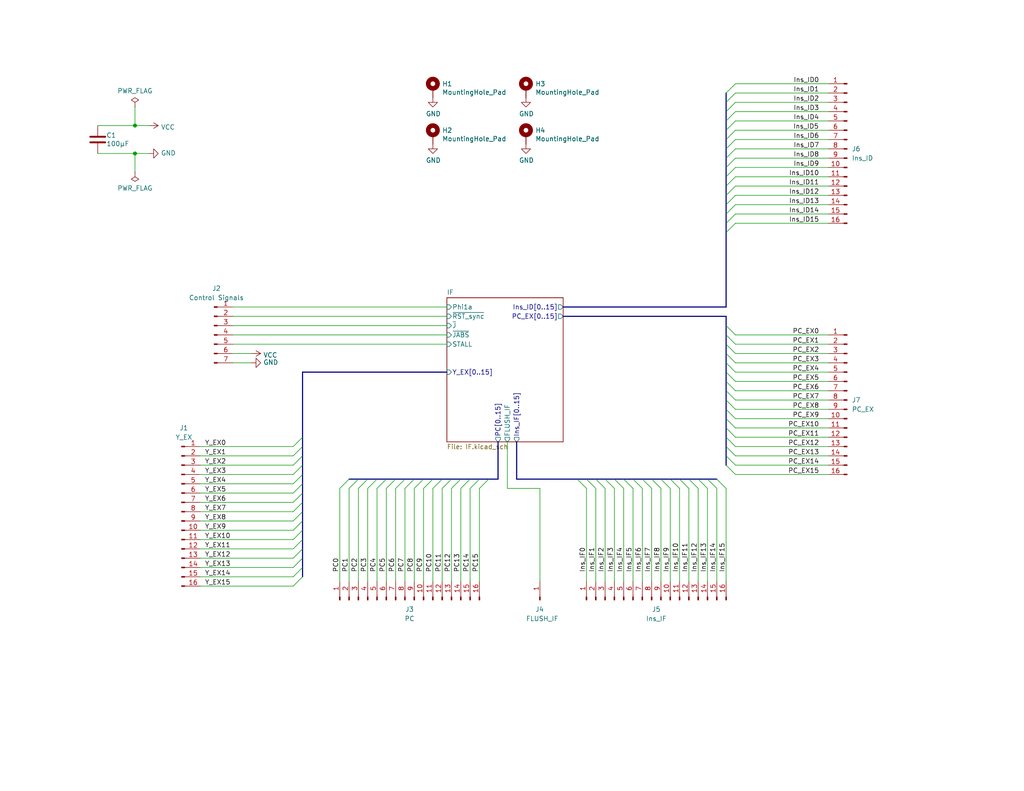
<source format=kicad_sch>
(kicad_sch (version 20211123) (generator eeschema)
  (paper "USLetter")
  (title_block (title "Turtle16: Program Counter and Instruction Fetch") (date "2022-04-10") (rev "A (daa7c419)") (comment 4 "The program counter and the instruction fetch unit."))
  (lib_symbols
    (symbol "Connector:Conn_01x01_Male" (pin_names (offset 1.016) hide)
      (property "Reference" "J" (at 0 2.54 0))
      (property "Value" "Conn_01x01_Male" (at 0 -2.54 0))
      (symbol "Conn_01x01_Male_1_1"
        (polyline (pts (xy 1.27 0) (xy 0.8636 0)) (stroke (width 0.1524)))
        (rectangle (start 0.8636 0.127) (end 0 -0.127) (stroke (width 0.1524)) (fill (type outline)))
        (pin passive line (at 5.08 0 180) (length 3.81) (name "Pin_1") (number "1"))
      )
    )
    (symbol "Connector:Conn_01x07_Male" (pin_names (offset 1.016) hide)
      (property "Reference" "J" (at 0 10.16 0))
      (property "Value" "Conn_01x07_Male" (at 0 -10.16 0))
      (symbol "Conn_01x07_Male_1_1"
        (polyline (pts (xy 1.27 -7.62) (xy 0.8636 -7.62)) (stroke (width 0.1524)))
        (polyline (pts (xy 1.27 -5.08) (xy 0.8636 -5.08)) (stroke (width 0.1524)))
        (polyline (pts (xy 1.27 -2.54) (xy 0.8636 -2.54)) (stroke (width 0.1524)))
        (polyline (pts (xy 1.27 0) (xy 0.8636 0)) (stroke (width 0.1524)))
        (polyline (pts (xy 1.27 2.54) (xy 0.8636 2.54)) (stroke (width 0.1524)))
        (polyline (pts (xy 1.27 5.08) (xy 0.8636 5.08)) (stroke (width 0.1524)))
        (polyline (pts (xy 1.27 7.62) (xy 0.8636 7.62)) (stroke (width 0.1524)))
        (rectangle (start 0.8636 -7.493) (end 0 -7.747) (stroke (width 0.1524)) (fill (type outline)))
        (rectangle (start 0.8636 -4.953) (end 0 -5.207) (stroke (width 0.1524)) (fill (type outline)))
        (rectangle (start 0.8636 -2.413) (end 0 -2.667) (stroke (width 0.1524)) (fill (type outline)))
        (rectangle (start 0.8636 0.127) (end 0 -0.127) (stroke (width 0.1524)) (fill (type outline)))
        (rectangle (start 0.8636 2.667) (end 0 2.413) (stroke (width 0.1524)) (fill (type outline)))
        (rectangle (start 0.8636 5.207) (end 0 4.953) (stroke (width 0.1524)) (fill (type outline)))
        (rectangle (start 0.8636 7.747) (end 0 7.493) (stroke (width 0.1524)) (fill (type outline)))
        (pin passive line (at 5.08 7.62 180) (length 3.81) (name "Pin_1") (number "1"))
        (pin passive line (at 5.08 5.08 180) (length 3.81) (name "Pin_2") (number "2"))
        (pin passive line (at 5.08 2.54 180) (length 3.81) (name "Pin_3") (number "3"))
        (pin passive line (at 5.08 0 180) (length 3.81) (name "Pin_4") (number "4"))
        (pin passive line (at 5.08 -2.54 180) (length 3.81) (name "Pin_5") (number "5"))
        (pin passive line (at 5.08 -5.08 180) (length 3.81) (name "Pin_6") (number "6"))
        (pin passive line (at 5.08 -7.62 180) (length 3.81) (name "Pin_7") (number "7"))
      )
    )
    (symbol "Connector:Conn_01x16_Male" (pin_names (offset 1.016) hide)
      (property "Reference" "J" (at 0 20.32 0))
      (property "Value" "Conn_01x16_Male" (at 0 -22.86 0))
      (symbol "Conn_01x16_Male_1_1"
        (polyline (pts (xy 1.27 -20.32) (xy 0.8636 -20.32)) (stroke (width 0.1524)))
        (polyline (pts (xy 1.27 -17.78) (xy 0.8636 -17.78)) (stroke (width 0.1524)))
        (polyline (pts (xy 1.27 -15.24) (xy 0.8636 -15.24)) (stroke (width 0.1524)))
        (polyline (pts (xy 1.27 -12.7) (xy 0.8636 -12.7)) (stroke (width 0.1524)))
        (polyline (pts (xy 1.27 -10.16) (xy 0.8636 -10.16)) (stroke (width 0.1524)))
        (polyline (pts (xy 1.27 -7.62) (xy 0.8636 -7.62)) (stroke (width 0.1524)))
        (polyline (pts (xy 1.27 -5.08) (xy 0.8636 -5.08)) (stroke (width 0.1524)))
        (polyline (pts (xy 1.27 -2.54) (xy 0.8636 -2.54)) (stroke (width 0.1524)))
        (polyline (pts (xy 1.27 0) (xy 0.8636 0)) (stroke (width 0.1524)))
        (polyline (pts (xy 1.27 2.54) (xy 0.8636 2.54)) (stroke (width 0.1524)))
        (polyline (pts (xy 1.27 5.08) (xy 0.8636 5.08)) (stroke (width 0.1524)))
        (polyline (pts (xy 1.27 7.62) (xy 0.8636 7.62)) (stroke (width 0.1524)))
        (polyline (pts (xy 1.27 10.16) (xy 0.8636 10.16)) (stroke (width 0.1524)))
        (polyline (pts (xy 1.27 12.7) (xy 0.8636 12.7)) (stroke (width 0.1524)))
        (polyline (pts (xy 1.27 15.24) (xy 0.8636 15.24)) (stroke (width 0.1524)))
        (polyline (pts (xy 1.27 17.78) (xy 0.8636 17.78)) (stroke (width 0.1524)))
        (rectangle (start 0.8636 -20.193) (end 0 -20.447) (stroke (width 0.1524)) (fill (type outline)))
        (rectangle (start 0.8636 -17.653) (end 0 -17.907) (stroke (width 0.1524)) (fill (type outline)))
        (rectangle (start 0.8636 -15.113) (end 0 -15.367) (stroke (width 0.1524)) (fill (type outline)))
        (rectangle (start 0.8636 -12.573) (end 0 -12.827) (stroke (width 0.1524)) (fill (type outline)))
        (rectangle (start 0.8636 -10.033) (end 0 -10.287) (stroke (width 0.1524)) (fill (type outline)))
        (rectangle (start 0.8636 -7.493) (end 0 -7.747) (stroke (width 0.1524)) (fill (type outline)))
        (rectangle (start 0.8636 -4.953) (end 0 -5.207) (stroke (width 0.1524)) (fill (type outline)))
        (rectangle (start 0.8636 -2.413) (end 0 -2.667) (stroke (width 0.1524)) (fill (type outline)))
        (rectangle (start 0.8636 0.127) (end 0 -0.127) (stroke (width 0.1524)) (fill (type outline)))
        (rectangle (start 0.8636 2.667) (end 0 2.413) (stroke (width 0.1524)) (fill (type outline)))
        (rectangle (start 0.8636 5.207) (end 0 4.953) (stroke (width 0.1524)) (fill (type outline)))
        (rectangle (start 0.8636 7.747) (end 0 7.493) (stroke (width 0.1524)) (fill (type outline)))
        (rectangle (start 0.8636 10.287) (end 0 10.033) (stroke (width 0.1524)) (fill (type outline)))
        (rectangle (start 0.8636 12.827) (end 0 12.573) (stroke (width 0.1524)) (fill (type outline)))
        (rectangle (start 0.8636 15.367) (end 0 15.113) (stroke (width 0.1524)) (fill (type outline)))
        (rectangle (start 0.8636 17.907) (end 0 17.653) (stroke (width 0.1524)) (fill (type outline)))
        (pin passive line (at 5.08 17.78 180) (length 3.81) (name "Pin_1") (number "1"))
        (pin passive line (at 5.08 -5.08 180) (length 3.81) (name "Pin_10") (number "10"))
        (pin passive line (at 5.08 -7.62 180) (length 3.81) (name "Pin_11") (number "11"))
        (pin passive line (at 5.08 -10.16 180) (length 3.81) (name "Pin_12") (number "12"))
        (pin passive line (at 5.08 -12.7 180) (length 3.81) (name "Pin_13") (number "13"))
        (pin passive line (at 5.08 -15.24 180) (length 3.81) (name "Pin_14") (number "14"))
        (pin passive line (at 5.08 -17.78 180) (length 3.81) (name "Pin_15") (number "15"))
        (pin passive line (at 5.08 -20.32 180) (length 3.81) (name "Pin_16") (number "16"))
        (pin passive line (at 5.08 15.24 180) (length 3.81) (name "Pin_2") (number "2"))
        (pin passive line (at 5.08 12.7 180) (length 3.81) (name "Pin_3") (number "3"))
        (pin passive line (at 5.08 10.16 180) (length 3.81) (name "Pin_4") (number "4"))
        (pin passive line (at 5.08 7.62 180) (length 3.81) (name "Pin_5") (number "5"))
        (pin passive line (at 5.08 5.08 180) (length 3.81) (name "Pin_6") (number "6"))
        (pin passive line (at 5.08 2.54 180) (length 3.81) (name "Pin_7") (number "7"))
        (pin passive line (at 5.08 0 180) (length 3.81) (name "Pin_8") (number "8"))
        (pin passive line (at 5.08 -2.54 180) (length 3.81) (name "Pin_9") (number "9"))
      )
    )
    (symbol "Device:C" (pin_numbers hide) (pin_names (offset 0.254))
      (property "Reference" "C" (at 0.635 2.54 0))
      (property "Value" "C" (at 0.635 -2.54 0))
      (symbol "C_0_1"
        (polyline (pts (xy -2.032 -0.762) (xy 2.032 -0.762)) (stroke (width 0.508)))
        (polyline (pts (xy -2.032 0.762) (xy 2.032 0.762)) (stroke (width 0.508)))
      )
      (symbol "C_1_1"
        (pin passive line (at 0 3.81 270) (length 2.794) (name "~") (number "1"))
        (pin passive line (at 0 -3.81 90) (length 2.794) (name "~") (number "2"))
      )
    )
    (symbol "Mechanical:MountingHole_Pad" (pin_numbers hide) (pin_names (offset 1.016) hide)
      (property "Reference" "H" (at 0 6.35 0))
      (property "Value" "MountingHole_Pad" (at 0 4.445 0))
      (symbol "MountingHole_Pad_0_1"
        (circle (center 0 1.27) (radius 1.27) (stroke (width 1.27)))
      )
      (symbol "MountingHole_Pad_1_1"
        (pin input line (at 0 -2.54 90) (length 2.54) (name "1") (number "1"))
      )
    )
    (symbol "power:GND" (power) (pin_names (offset 0))
      (property "Value" "GND" (at 0 -3.81 0))
      (symbol "GND_0_1"
        (polyline (pts (xy 0 0) (xy 0 -1.27) (xy 1.27 -1.27) (xy 0 -2.54) (xy -1.27 -1.27) (xy 0 -1.27)))
      )
      (symbol "GND_1_1"
        (pin power_in line (at 0 0 270) (length 0) hide (name "GND") (number "1"))
      )
    )
    (symbol "power:PWR_FLAG" (power) (pin_numbers hide) (pin_names (offset 0) hide)
      (property "Value" "PWR_FLAG" (at 0 3.81 0))
      (symbol "PWR_FLAG_0_0"
        (pin power_out line (at 0 0 90) (length 0) (name "pwr") (number "1"))
      )
      (symbol "PWR_FLAG_0_1"
        (polyline (pts (xy 0 0) (xy 0 1.27) (xy -1.016 1.905) (xy 0 2.54) (xy 1.016 1.905) (xy 0 1.27)))
      )
    )
    (symbol "power:VCC" (power) (pin_names (offset 0))
      (property "Value" "VCC" (at 0 3.81 0))
      (symbol "VCC_0_1"
        (polyline (pts (xy -0.762 1.27) (xy 0 2.54)))
        (polyline (pts (xy 0 0) (xy 0 2.54)))
        (polyline (pts (xy 0 2.54) (xy 0.762 1.27)))
      )
      (symbol "VCC_1_1"
        (pin power_in line (at 0 0 90) (length 0) hide (name "VCC") (number "1"))
      )
    )
  )
  (junction (at 36.83 41.91))
  (junction (at 36.83 34.29))
  (bus_entry (at 193.04 130.81) (size 2.54 2.54))
  (bus_entry (at 198.12 55.88) (size 2.54 -2.54))
  (bus_entry (at 182.88 130.81) (size 2.54 2.54))
  (bus_entry (at 97.79 130.81) (size -2.54 2.54))
  (bus_entry (at 198.12 104.14) (size 2.54 2.54))
  (bus_entry (at 198.12 50.8) (size 2.54 -2.54))
  (bus_entry (at 195.58 130.81) (size 2.54 2.54))
  (bus_entry (at 198.12 124.46) (size 2.54 2.54))
  (bus_entry (at 198.12 88.9) (size 2.54 2.54))
  (bus_entry (at 100.33 130.81) (size -2.54 2.54))
  (bus_entry (at 128.27 130.81) (size -2.54 2.54))
  (bus_entry (at 198.12 93.98) (size 2.54 2.54))
  (bus_entry (at 198.12 111.76) (size 2.54 2.54))
  (bus_entry (at 167.64 130.81) (size 2.54 2.54))
  (bus_entry (at 130.81 130.81) (size -2.54 2.54))
  (bus_entry (at 80.01 144.78) (size 2.54 -2.54))
  (bus_entry (at 80.01 142.24) (size 2.54 -2.54))
  (bus_entry (at 80.01 134.62) (size 2.54 -2.54))
  (bus_entry (at 80.01 129.54) (size 2.54 -2.54))
  (bus_entry (at 80.01 124.46) (size 2.54 -2.54))
  (bus_entry (at 80.01 127) (size 2.54 -2.54))
  (bus_entry (at 80.01 132.08) (size 2.54 -2.54))
  (bus_entry (at 80.01 139.7) (size 2.54 -2.54))
  (bus_entry (at 80.01 137.16) (size 2.54 -2.54))
  (bus_entry (at 80.01 121.92) (size 2.54 -2.54))
  (bus_entry (at 80.01 149.86) (size 2.54 -2.54))
  (bus_entry (at 80.01 147.32) (size 2.54 -2.54))
  (bus_entry (at 198.12 91.44) (size 2.54 2.54))
  (bus_entry (at 107.95 130.81) (size -2.54 2.54))
  (bus_entry (at 198.12 48.26) (size 2.54 -2.54))
  (bus_entry (at 113.03 130.81) (size -2.54 2.54))
  (bus_entry (at 198.12 96.52) (size 2.54 2.54))
  (bus_entry (at 198.12 101.6) (size 2.54 2.54))
  (bus_entry (at 123.19 130.81) (size -2.54 2.54))
  (bus_entry (at 198.12 53.34) (size 2.54 -2.54))
  (bus_entry (at 198.12 58.42) (size 2.54 -2.54))
  (bus_entry (at 198.12 127) (size 2.54 2.54))
  (bus_entry (at 172.72 130.81) (size 2.54 2.54))
  (bus_entry (at 115.57 130.81) (size -2.54 2.54))
  (bus_entry (at 118.11 130.81) (size -2.54 2.54))
  (bus_entry (at 198.12 99.06) (size 2.54 2.54))
  (bus_entry (at 162.56 130.81) (size 2.54 2.54))
  (bus_entry (at 125.73 130.81) (size -2.54 2.54))
  (bus_entry (at 198.12 40.64) (size 2.54 -2.54))
  (bus_entry (at 157.48 130.81) (size 2.54 2.54))
  (bus_entry (at 180.34 130.81) (size 2.54 2.54))
  (bus_entry (at 198.12 63.5) (size 2.54 -2.54))
  (bus_entry (at 187.96 130.81) (size 2.54 2.54))
  (bus_entry (at 198.12 114.3) (size 2.54 2.54))
  (bus_entry (at 175.26 130.81) (size 2.54 2.54))
  (bus_entry (at 198.12 38.1) (size 2.54 -2.54))
  (bus_entry (at 190.5 130.81) (size 2.54 2.54))
  (bus_entry (at 198.12 106.68) (size 2.54 2.54))
  (bus_entry (at 198.12 119.38) (size 2.54 2.54))
  (bus_entry (at 160.02 130.81) (size 2.54 2.54))
  (bus_entry (at 185.42 130.81) (size 2.54 2.54))
  (bus_entry (at 102.87 130.81) (size -2.54 2.54))
  (bus_entry (at 177.8 130.81) (size 2.54 2.54))
  (bus_entry (at 110.49 130.81) (size -2.54 2.54))
  (bus_entry (at 198.12 35.56) (size 2.54 -2.54))
  (bus_entry (at 80.01 160.02) (size 2.54 -2.54))
  (bus_entry (at 80.01 154.94) (size 2.54 -2.54))
  (bus_entry (at 80.01 157.48) (size 2.54 -2.54))
  (bus_entry (at 80.01 152.4) (size 2.54 -2.54))
  (bus_entry (at 120.65 130.81) (size -2.54 2.54))
  (bus_entry (at 198.12 30.48) (size 2.54 -2.54))
  (bus_entry (at 198.12 121.92) (size 2.54 2.54))
  (bus_entry (at 198.12 45.72) (size 2.54 -2.54))
  (bus_entry (at 133.35 130.81) (size -2.54 2.54))
  (bus_entry (at 198.12 60.96) (size 2.54 -2.54))
  (bus_entry (at 198.12 25.4) (size 2.54 -2.54))
  (bus_entry (at 198.12 33.02) (size 2.54 -2.54))
  (bus_entry (at 198.12 116.84) (size 2.54 2.54))
  (bus_entry (at 198.12 43.18) (size 2.54 -2.54))
  (bus_entry (at 198.12 109.22) (size 2.54 2.54))
  (bus_entry (at 95.25 130.81) (size -2.54 2.54))
  (bus_entry (at 198.12 27.94) (size 2.54 -2.54))
  (bus_entry (at 170.18 130.81) (size 2.54 2.54))
  (bus_entry (at 165.1 130.81) (size 2.54 2.54))
  (bus_entry (at 105.41 130.81) (size -2.54 2.54))
  (bus (pts (xy 198.12 60.96) (xy 198.12 63.5)))
  (bus (pts (xy 82.55 142.24) (xy 82.55 144.78)))
  (bus (pts (xy 198.12 104.14) (xy 198.12 106.68)))
  (wire (pts (xy 54.61 137.16) (xy 80.01 137.16)))
  (bus (pts (xy 198.12 101.6) (xy 198.12 104.14)))
  (wire (pts (xy 200.66 27.94) (xy 226.06 27.94)))
  (bus (pts (xy 198.12 53.34) (xy 198.12 55.88)))
  (bus (pts (xy 162.56 130.81) (xy 165.1 130.81)))
  (wire (pts (xy 200.66 93.98) (xy 226.06 93.98)))
  (wire (pts (xy 63.5 83.82) (xy 121.92 83.82)))
  (bus (pts (xy 198.12 124.46) (xy 198.12 127)))
  (wire (pts (xy 26.67 41.91) (xy 36.83 41.91)))
  (bus (pts (xy 82.55 147.32) (xy 82.55 149.86)))
  (bus (pts (xy 82.55 149.86) (xy 82.55 152.4)))
  (bus (pts (xy 198.12 30.48) (xy 198.12 33.02)))
  (wire (pts (xy 175.26 158.75) (xy 175.26 133.35)))
  (wire (pts (xy 187.96 158.75) (xy 187.96 133.35)))
  (bus (pts (xy 113.03 130.81) (xy 115.57 130.81)))
  (bus (pts (xy 121.92 101.6) (xy 82.55 101.6)))
  (wire (pts (xy 200.66 45.72) (xy 226.06 45.72)))
  (wire (pts (xy 100.33 158.75) (xy 100.33 133.35)))
  (wire (pts (xy 54.61 139.7) (xy 80.01 139.7)))
  (wire (pts (xy 162.56 158.75) (xy 162.56 133.35)))
  (bus (pts (xy 130.81 130.81) (xy 133.35 130.81)))
  (wire (pts (xy 63.5 93.98) (xy 121.92 93.98)))
  (wire (pts (xy 54.61 160.02) (xy 80.01 160.02)))
  (wire (pts (xy 200.66 33.02) (xy 226.06 33.02)))
  (wire (pts (xy 102.87 158.75) (xy 102.87 133.35)))
  (wire (pts (xy 200.66 129.54) (xy 226.06 129.54)))
  (bus (pts (xy 82.55 121.92) (xy 82.55 124.46)))
  (wire (pts (xy 63.5 91.44) (xy 121.92 91.44)))
  (bus (pts (xy 198.12 96.52) (xy 198.12 99.06)))
  (wire (pts (xy 63.5 96.52) (xy 68.58 96.52)))
  (bus (pts (xy 198.12 121.92) (xy 198.12 124.46)))
  (wire (pts (xy 200.66 106.68) (xy 226.06 106.68)))
  (wire (pts (xy 198.12 158.75) (xy 198.12 133.35)))
  (bus (pts (xy 198.12 106.68) (xy 198.12 109.22)))
  (bus (pts (xy 198.12 55.88) (xy 198.12 58.42)))
  (wire (pts (xy 54.61 142.24) (xy 80.01 142.24)))
  (bus (pts (xy 182.88 130.81) (xy 185.42 130.81)))
  (wire (pts (xy 195.58 158.75) (xy 195.58 133.35)))
  (wire (pts (xy 190.5 158.75) (xy 190.5 133.35)))
  (bus (pts (xy 153.67 83.82) (xy 198.12 83.82)))
  (wire (pts (xy 200.66 109.22) (xy 226.06 109.22)))
  (wire (pts (xy 105.41 158.75) (xy 105.41 133.35)))
  (wire (pts (xy 193.04 158.75) (xy 193.04 133.35)))
  (bus (pts (xy 82.55 139.7) (xy 82.55 142.24)))
  (bus (pts (xy 102.87 130.81) (xy 105.41 130.81)))
  (bus (pts (xy 120.65 130.81) (xy 123.19 130.81)))
  (wire (pts (xy 200.66 91.44) (xy 226.06 91.44)))
  (wire (pts (xy 40.64 34.29) (xy 36.83 34.29)))
  (wire (pts (xy 177.8 158.75) (xy 177.8 133.35)))
  (bus (pts (xy 82.55 129.54) (xy 82.55 132.08)))
  (wire (pts (xy 200.66 25.4) (xy 226.06 25.4)))
  (wire (pts (xy 54.61 127) (xy 80.01 127)))
  (wire (pts (xy 172.72 158.75) (xy 172.72 133.35)))
  (wire (pts (xy 200.66 22.86) (xy 226.06 22.86)))
  (bus (pts (xy 198.12 88.9) (xy 198.12 91.44)))
  (bus (pts (xy 190.5 130.81) (xy 193.04 130.81)))
  (wire (pts (xy 123.19 158.75) (xy 123.19 133.35)))
  (bus (pts (xy 82.55 152.4) (xy 82.55 154.94)))
  (bus (pts (xy 198.12 38.1) (xy 198.12 40.64)))
  (bus (pts (xy 198.12 119.38) (xy 198.12 121.92)))
  (wire (pts (xy 113.03 158.75) (xy 113.03 133.35)))
  (wire (pts (xy 54.61 147.32) (xy 80.01 147.32)))
  (wire (pts (xy 95.25 158.75) (xy 95.25 133.35)))
  (bus (pts (xy 198.12 33.02) (xy 198.12 35.56)))
  (bus (pts (xy 198.12 48.26) (xy 198.12 50.8)))
  (wire (pts (xy 115.57 158.75) (xy 115.57 133.35)))
  (wire (pts (xy 200.66 50.8) (xy 226.06 50.8)))
  (bus (pts (xy 180.34 130.81) (xy 182.88 130.81)))
  (wire (pts (xy 54.61 121.92) (xy 80.01 121.92)))
  (wire (pts (xy 200.66 48.26) (xy 226.06 48.26)))
  (wire (pts (xy 110.49 158.75) (xy 110.49 133.35)))
  (wire (pts (xy 97.79 158.75) (xy 97.79 133.35)))
  (wire (pts (xy 200.66 124.46) (xy 226.06 124.46)))
  (bus (pts (xy 198.12 91.44) (xy 198.12 93.98)))
  (bus (pts (xy 157.48 130.81) (xy 160.02 130.81)))
  (wire (pts (xy 200.66 99.06) (xy 226.06 99.06)))
  (bus (pts (xy 128.27 130.81) (xy 130.81 130.81)))
  (bus (pts (xy 198.12 35.56) (xy 198.12 38.1)))
  (bus (pts (xy 198.12 43.18) (xy 198.12 45.72)))
  (wire (pts (xy 147.32 133.35) (xy 147.32 158.75)))
  (wire (pts (xy 36.83 29.21) (xy 36.83 34.29)))
  (bus (pts (xy 82.55 127) (xy 82.55 129.54)))
  (wire (pts (xy 200.66 60.96) (xy 226.06 60.96)))
  (wire (pts (xy 63.5 86.36) (xy 121.92 86.36)))
  (wire (pts (xy 200.66 111.76) (xy 226.06 111.76)))
  (wire (pts (xy 138.43 120.65) (xy 138.43 133.35)))
  (bus (pts (xy 172.72 130.81) (xy 175.26 130.81)))
  (bus (pts (xy 107.95 130.81) (xy 110.49 130.81)))
  (bus (pts (xy 170.18 130.81) (xy 172.72 130.81)))
  (wire (pts (xy 138.43 133.35) (xy 147.32 133.35)))
  (bus (pts (xy 198.12 58.42) (xy 198.12 60.96)))
  (bus (pts (xy 82.55 144.78) (xy 82.55 147.32)))
  (wire (pts (xy 200.66 35.56) (xy 226.06 35.56)))
  (bus (pts (xy 82.55 134.62) (xy 82.55 137.16)))
  (bus (pts (xy 198.12 93.98) (xy 198.12 96.52)))
  (bus (pts (xy 198.12 27.94) (xy 198.12 30.48)))
  (bus (pts (xy 82.55 132.08) (xy 82.55 134.62)))
  (bus (pts (xy 198.12 116.84) (xy 198.12 119.38)))
  (wire (pts (xy 185.42 158.75) (xy 185.42 133.35)))
  (bus (pts (xy 97.79 130.81) (xy 100.33 130.81)))
  (bus (pts (xy 82.55 124.46) (xy 82.55 127)))
  (bus (pts (xy 165.1 130.81) (xy 167.64 130.81)))
  (wire (pts (xy 182.88 158.75) (xy 182.88 133.35)))
  (bus (pts (xy 125.73 130.81) (xy 128.27 130.81)))
  (bus (pts (xy 82.55 101.6) (xy 82.55 119.38)))
  (wire (pts (xy 120.65 158.75) (xy 120.65 133.35)))
  (bus (pts (xy 153.67 86.36) (xy 198.12 86.36)))
  (bus (pts (xy 185.42 130.81) (xy 187.96 130.81)))
  (wire (pts (xy 200.66 58.42) (xy 226.06 58.42)))
  (wire (pts (xy 36.83 46.99) (xy 36.83 41.91)))
  (wire (pts (xy 118.11 158.75) (xy 118.11 133.35)))
  (bus (pts (xy 187.96 130.81) (xy 190.5 130.81)))
  (wire (pts (xy 200.66 30.48) (xy 226.06 30.48)))
  (wire (pts (xy 165.1 158.75) (xy 165.1 133.35)))
  (wire (pts (xy 54.61 154.94) (xy 80.01 154.94)))
  (bus (pts (xy 115.57 130.81) (xy 118.11 130.81)))
  (bus (pts (xy 82.55 137.16) (xy 82.55 139.7)))
  (wire (pts (xy 130.81 158.75) (xy 130.81 133.35)))
  (bus (pts (xy 100.33 130.81) (xy 102.87 130.81)))
  (wire (pts (xy 63.5 88.9) (xy 121.92 88.9)))
  (wire (pts (xy 200.66 38.1) (xy 226.06 38.1)))
  (bus (pts (xy 118.11 130.81) (xy 120.65 130.81)))
  (wire (pts (xy 200.66 43.18) (xy 226.06 43.18)))
  (wire (pts (xy 63.5 99.06) (xy 68.58 99.06)))
  (wire (pts (xy 200.66 116.84) (xy 226.06 116.84)))
  (bus (pts (xy 160.02 130.81) (xy 162.56 130.81)))
  (wire (pts (xy 200.66 121.92) (xy 226.06 121.92)))
  (bus (pts (xy 82.55 119.38) (xy 82.55 121.92)))
  (bus (pts (xy 198.12 40.64) (xy 198.12 43.18)))
  (wire (pts (xy 92.71 158.75) (xy 92.71 133.35)))
  (wire (pts (xy 54.61 144.78) (xy 80.01 144.78)))
  (wire (pts (xy 200.66 104.14) (xy 226.06 104.14)))
  (bus (pts (xy 198.12 25.4) (xy 198.12 27.94)))
  (bus (pts (xy 198.12 99.06) (xy 198.12 101.6)))
  (bus (pts (xy 193.04 130.81) (xy 195.58 130.81)))
  (bus (pts (xy 135.89 120.65) (xy 135.89 130.81)))
  (bus (pts (xy 198.12 45.72) (xy 198.12 48.26)))
  (wire (pts (xy 54.61 129.54) (xy 80.01 129.54)))
  (bus (pts (xy 167.64 130.81) (xy 170.18 130.81)))
  (wire (pts (xy 54.61 149.86) (xy 80.01 149.86)))
  (bus (pts (xy 198.12 109.22) (xy 198.12 111.76)))
  (bus (pts (xy 198.12 50.8) (xy 198.12 53.34)))
  (wire (pts (xy 170.18 158.75) (xy 170.18 133.35)))
  (wire (pts (xy 54.61 132.08) (xy 80.01 132.08)))
  (wire (pts (xy 167.64 158.75) (xy 167.64 133.35)))
  (wire (pts (xy 200.66 55.88) (xy 226.06 55.88)))
  (bus (pts (xy 175.26 130.81) (xy 177.8 130.81)))
  (wire (pts (xy 54.61 124.46) (xy 80.01 124.46)))
  (wire (pts (xy 36.83 41.91) (xy 40.64 41.91)))
  (bus (pts (xy 133.35 130.81) (xy 135.89 130.81)))
  (wire (pts (xy 200.66 96.52) (xy 226.06 96.52)))
  (wire (pts (xy 200.66 101.6) (xy 226.06 101.6)))
  (bus (pts (xy 140.97 120.65) (xy 140.97 130.81)))
  (bus (pts (xy 198.12 111.76) (xy 198.12 114.3)))
  (wire (pts (xy 26.67 34.29) (xy 36.83 34.29)))
  (bus (pts (xy 140.97 130.81) (xy 157.48 130.81)))
  (wire (pts (xy 200.66 40.64) (xy 226.06 40.64)))
  (wire (pts (xy 125.73 158.75) (xy 125.73 133.35)))
  (wire (pts (xy 54.61 134.62) (xy 80.01 134.62)))
  (bus (pts (xy 123.19 130.81) (xy 125.73 130.81)))
  (wire (pts (xy 54.61 152.4) (xy 80.01 152.4)))
  (bus (pts (xy 198.12 63.5) (xy 198.12 83.82)))
  (wire (pts (xy 200.66 127) (xy 226.06 127)))
  (bus (pts (xy 105.41 130.81) (xy 107.95 130.81)))
  (bus (pts (xy 177.8 130.81) (xy 180.34 130.81)))
  (wire (pts (xy 160.02 158.75) (xy 160.02 133.35)))
  (wire (pts (xy 200.66 114.3) (xy 226.06 114.3)))
  (wire (pts (xy 54.61 157.48) (xy 80.01 157.48)))
  (bus (pts (xy 95.25 130.81) (xy 97.79 130.81)))
  (bus (pts (xy 110.49 130.81) (xy 113.03 130.81)))
  (wire (pts (xy 128.27 158.75) (xy 128.27 133.35)))
  (wire (pts (xy 200.66 119.38) (xy 226.06 119.38)))
  (bus (pts (xy 82.55 154.94) (xy 82.55 157.48)))
  (bus (pts (xy 198.12 86.36) (xy 198.12 88.9)))
  (wire (pts (xy 107.95 158.75) (xy 107.95 133.35)))
  (bus (pts (xy 198.12 114.3) (xy 198.12 116.84)))
  (wire (pts (xy 180.34 158.75) (xy 180.34 133.35)))
  (wire (pts (xy 200.66 53.34) (xy 226.06 53.34)))
  (label "PC_EX7" (at 223.52 109.22 180))
  (label "PC_EX11" (at 223.52 119.38 180))
  (label "PC_EX8" (at 223.52 111.76 180))
  (label "PC15" (at 130.81 156.21 90))
  (label "PC10" (at 118.11 156.21 90))
  (label "Ins_ID3" (at 223.52 30.48 180))
  (label "Y_EX10" (at 55.88 147.32 0))
  (label "Ins_ID10" (at 223.52 48.26 180))
  (label "PC9" (at 115.57 156.21 90))
  (label "Ins_IF12" (at 190.5 156.21 90))
  (label "PC_EX10" (at 223.52 116.84 180))
  (label "PC_EX12" (at 223.52 121.92 180))
  (label "Y_EX3" (at 55.88 129.54 0))
  (label "PC_EX0" (at 223.52 91.44 180))
  (label "PC_EX5" (at 223.52 104.14 180))
  (label "Ins_ID4" (at 223.52 33.02 180))
  (label "PC6" (at 107.95 156.21 90))
  (label "Y_EX14" (at 55.88 157.48 0))
  (label "PC_EX13" (at 223.52 124.46 180))
  (label "Ins_IF2" (at 165.1 156.21 90))
  (label "PC5" (at 105.41 156.21 90))
  (label "PC14" (at 128.27 156.21 90))
  (label "Ins_IF11" (at 187.96 156.21 90))
  (label "PC_EX14" (at 223.52 127 180))
  (label "PC4" (at 102.87 156.21 90))
  (label "Ins_ID0" (at 223.52 22.86 180))
  (label "PC7" (at 110.49 156.21 90))
  (label "PC3" (at 100.33 156.21 90))
  (label "PC_EX3" (at 223.52 99.06 180))
  (label "Ins_IF9" (at 182.88 156.21 90))
  (label "PC_EX1" (at 223.52 93.98 180))
  (label "Ins_IF4" (at 170.18 156.21 90))
  (label "Y_EX15" (at 55.88 160.02 0))
  (label "Ins_IF3" (at 167.64 156.21 90))
  (label "PC_EX6" (at 223.52 106.68 180))
  (label "Y_EX2" (at 55.88 127 0))
  (label "Ins_ID15" (at 223.52 60.96 180))
  (label "Ins_ID1" (at 223.52 25.4 180))
  (label "Y_EX5" (at 55.88 134.62 0))
  (label "Ins_IF7" (at 177.8 156.21 90))
  (label "Ins_IF5" (at 172.72 156.21 90))
  (label "Y_EX4" (at 55.88 132.08 0))
  (label "PC_EX9" (at 223.52 114.3 180))
  (label "PC_EX15" (at 223.52 129.54 180))
  (label "Ins_ID7" (at 223.52 40.64 180))
  (label "Ins_IF0" (at 160.02 156.21 90))
  (label "PC_EX2" (at 223.52 96.52 180))
  (label "PC_EX4" (at 223.52 101.6 180))
  (label "Ins_ID11" (at 223.52 50.8 180))
  (label "Y_EX9" (at 55.88 144.78 0))
  (label "Ins_ID5" (at 223.4436 35.56 180))
  (label "Ins_ID9" (at 223.52 45.72 180))
  (label "PC12" (at 123.19 156.21 90))
  (label "Ins_ID2" (at 223.52 27.94 180))
  (label "Y_EX12" (at 55.88 152.4 0))
  (label "Y_EX11" (at 55.88 149.86 0))
  (label "Y_EX6" (at 55.88 137.16 0))
  (label "Ins_ID6" (at 223.52 38.1 180))
  (label "PC8" (at 113.03 156.21 90))
  (label "Ins_ID12" (at 223.52 53.34 180))
  (label "Ins_ID14" (at 223.52 58.42 180))
  (label "Y_EX0" (at 55.88 121.92 0))
  (label "PC0" (at 92.71 156.21 90))
  (label "Ins_ID8" (at 223.52 43.18 180))
  (label "Y_EX8" (at 55.88 142.24 0))
  (label "PC13" (at 125.73 156.21 90))
  (label "Ins_IF8" (at 180.34 156.21 90))
  (label "Ins_IF1" (at 162.56 156.21 90))
  (label "Ins_IF15" (at 198.12 156.21 90))
  (label "Ins_IF10" (at 185.42 156.21 90))
  (label "Ins_IF13" (at 193.04 156.21 90))
  (label "PC2" (at 97.79 156.21 90))
  (label "Y_EX7" (at 55.88 139.7 0))
  (label "Y_EX13" (at 55.88 154.94 0))
  (label "Ins_IF14" (at 195.58 156.21 90))
  (label "Ins_IF6" (at 175.26 156.21 90))
  (label "Ins_ID13" (at 223.52 55.88 180))
  (label "Y_EX1" (at 55.88 124.46 0))
  (label "PC1" (at 95.25 156.21 90))
  (label "PC11" (at 120.65 156.21 90))
  (symbol (lib_id "Mechanical:MountingHole_Pad") (at 118.11 24.13 0) (unit 1)
    (property "Reference" "H1" (at 120.65 22.8854 0) (effects (justify left)))
    (property "Value" "MountingHole_Pad" (at 120.65 25.1968 0) (effects (justify left)))
    (property "Footprint" "MountingHole:MountingHole_3.2mm_M3_Pad" (effects hide))
  )
  (symbol (lib_id "Mechanical:MountingHole_Pad") (at 143.51 24.13 0) (unit 1)
    (property "Reference" "H3" (at 146.05 22.8854 0) (effects (justify left)))
    (property "Value" "MountingHole_Pad" (at 146.05 25.1968 0) (effects (justify left)))
    (property "Footprint" "MountingHole:MountingHole_3.2mm_M3_Pad" (effects hide))
  )
  (symbol (lib_id "power:GND") (at 118.11 26.67 0) (unit 1)
    (property "Reference" "#PWR05" (effects hide))
    (property "Value" "GND" (at 118.237 31.0642 0))
  )
  (symbol (lib_id "power:GND") (at 143.51 26.67 0) (unit 1)
    (property "Reference" "#PWR07" (effects hide))
    (property "Value" "GND" (at 143.637 31.0642 0))
  )
  (symbol (lib_id "Mechanical:MountingHole_Pad") (at 118.11 36.83 0) (unit 1)
    (property "Reference" "H2" (at 120.65 35.5854 0) (effects (justify left)))
    (property "Value" "MountingHole_Pad" (at 120.65 37.8968 0) (effects (justify left)))
    (property "Footprint" "MountingHole:MountingHole_3.2mm_M3_Pad" (effects hide))
  )
  (symbol (lib_id "Mechanical:MountingHole_Pad") (at 143.51 36.83 0) (unit 1)
    (property "Reference" "H4" (at 146.05 35.5854 0) (effects (justify left)))
    (property "Value" "MountingHole_Pad" (at 146.05 37.8968 0) (effects (justify left)))
    (property "Footprint" "MountingHole:MountingHole_3.2mm_M3_Pad" (effects hide))
  )
  (symbol (lib_id "power:GND") (at 118.11 39.37 0) (unit 1)
    (property "Reference" "#PWR06" (effects hide))
    (property "Value" "GND" (at 118.237 43.7642 0))
  )
  (symbol (lib_id "power:GND") (at 143.51 39.37 0) (unit 1)
    (property "Reference" "#PWR08" (effects hide))
    (property "Value" "GND" (at 143.637 43.7642 0))
  )
  (symbol (lib_id "power:VCC") (at 40.64 34.29 270) (unit 1)
    (property "Reference" "#PWR01" (effects hide))
    (property "Value" "VCC" (at 43.8912 34.7218 90) (effects (justify left)))
  )
  (symbol (lib_id "power:GND") (at 40.64 41.91 90) (unit 1)
    (property "Reference" "#PWR02" (effects hide))
    (property "Value" "GND" (at 43.8912 41.783 90) (effects (justify right)))
  )
  (symbol (lib_id "Device:C") (at 26.67 38.1 0) (unit 1)
    (property "Reference" "C1" (at 29.0068 36.9316 0) (effects (justify left)))
    (property "Value" "100µF" (at 29.0068 39.243 0) (effects (justify left)))
    (property "Footprint" "Capacitor_SMD:C_1206_3216Metric_Pad1.33x1.80mm_HandSolder" (effects hide))
    (property "Mouser" "https://www.mouser.com/ProductDetail/963-AMK316ABJ107ML-T" (effects hide))
  )
  (symbol (lib_id "power:PWR_FLAG") (at 36.83 46.99 180) (unit 1)
    (property "Reference" "#FLG02" (effects hide))
    (property "Value" "PWR_FLAG" (at 36.83 51.3842 0))
  )
  (symbol (lib_id "power:PWR_FLAG") (at 36.83 29.21 0) (unit 1)
    (property "Reference" "#FLG01" (effects hide))
    (property "Value" "PWR_FLAG" (at 36.83 24.8158 0))
  )
  (symbol (lib_id "Connector:Conn_01x16_Male") (at 231.14 109.22 0) (mirror y) (unit 1)
    (property "Reference" "J7" (at 232.41 109.2199 0) (effects (justify right)))
    (property "Value" "PC_EX" (at 232.41 111.7599 0) (effects (justify right)))
    (property "Footprint" "Connector_PinHeader_2.54mm:PinHeader_1x16_P2.54mm_Vertical" (effects hide))
  )
  (symbol (lib_id "Connector:Conn_01x16_Male") (at 49.53 139.7 0) (unit 1)
    (property "Reference" "J1" (at 50.165 116.84 0))
    (property "Value" "Y_EX" (at 50.165 119.38 0))
    (property "Footprint" "Connector_PinHeader_2.54mm:PinHeader_1x16_P2.54mm_Vertical" (effects hide))
  )
  (symbol (lib_id "Connector:Conn_01x16_Male") (at 231.14 40.64 0) (mirror y) (unit 1)
    (property "Reference" "J6" (at 232.41 40.6399 0) (effects (justify right)))
    (property "Value" "Ins_ID" (at 232.41 43.1799 0) (effects (justify right)))
    (property "Footprint" "Connector_PinHeader_2.54mm:PinHeader_1x16_P2.54mm_Vertical" (effects hide))
  )
  (symbol (lib_id "Connector:Conn_01x01_Male") (at 147.32 163.83 90) (unit 1)
    (property "Reference" "J4" (at 146.05 166.37 90) (effects (justify right)))
    (property "Value" "FLUSH_IF" (at 143.51 168.91 90) (effects (justify right)))
    (property "Footprint" "Connector_PinHeader_2.54mm:PinHeader_1x01_P2.54mm_Vertical" (effects hide))
  )
  (symbol (lib_id "Connector:Conn_01x07_Male") (at 58.42 91.44 0) (unit 1)
    (property "Reference" "J2" (at 59.055 78.74 0))
    (property "Value" "Control Signals" (at 59.055 81.28 0))
    (property "Footprint" "Connector_PinHeader_2.54mm:PinHeader_1x07_P2.54mm_Vertical" (effects hide))
  )
  (symbol (lib_id "Connector:Conn_01x16_Male") (at 177.8 163.83 90) (unit 1)
    (property "Reference" "J5" (at 179.07 166.37 90))
    (property "Value" "Ins_IF" (at 179.07 168.91 90))
    (property "Footprint" "Connector_PinHeader_2.54mm:PinHeader_1x16_P2.54mm_Vertical" (effects hide))
  )
  (symbol (lib_id "power:VCC") (at 68.58 96.52 270) (unit 1)
    (property "Reference" "#PWR03" (effects hide))
    (property "Value" "VCC" (at 71.8312 96.9518 90) (effects (justify left)))
  )
  (symbol (lib_id "Connector:Conn_01x16_Male") (at 110.49 163.83 90) (unit 1)
    (property "Reference" "J3" (at 111.76 166.37 90))
    (property "Value" "PC" (at 111.76 168.91 90))
    (property "Footprint" "Connector_PinHeader_2.54mm:PinHeader_1x16_P2.54mm_Vertical" (effects hide))
  )
  (symbol (lib_id "power:GND") (at 68.58 99.06 90) (unit 1)
    (property "Reference" "#PWR04" (effects hide))
    (property "Value" "GND" (at 71.8312 98.933 90) (effects (justify right)))
  )
  (sheet (at 121.92 81.28) (size 31.75 39.37)
    (property "Sheet name" "IF" (at 121.92 80.5684 0) (effects (justify left bottom)))
    (property "Sheet file" "IF.kicad_sch" (at 121.92 121.2346 0) (effects (justify left top)))
    (pin "Ins_ID[0..15]" output (at 153.67 83.82 0))
    (pin "PC_EX[0..15]" output (at 153.67 86.36 0))
    (pin "Y_EX[0..15]" input (at 121.92 101.6 180))
    (pin "~{J}" input (at 121.92 88.9 180))
    (pin "~{JABS}" input (at 121.92 91.44 180))
    (pin "STALL" input (at 121.92 93.98 180))
    (pin "~{RST_sync}" input (at 121.92 86.36 180))
    (pin "Phi1a" input (at 121.92 83.82 180))
    (pin "PC[0..15]" output (at 135.89 120.65 270))
    (pin "FLUSH_IF" output (at 138.43 120.65 270))
    (pin "Ins_IF[0..15]" output (at 140.97 120.65 270))
  )
)
</source>
